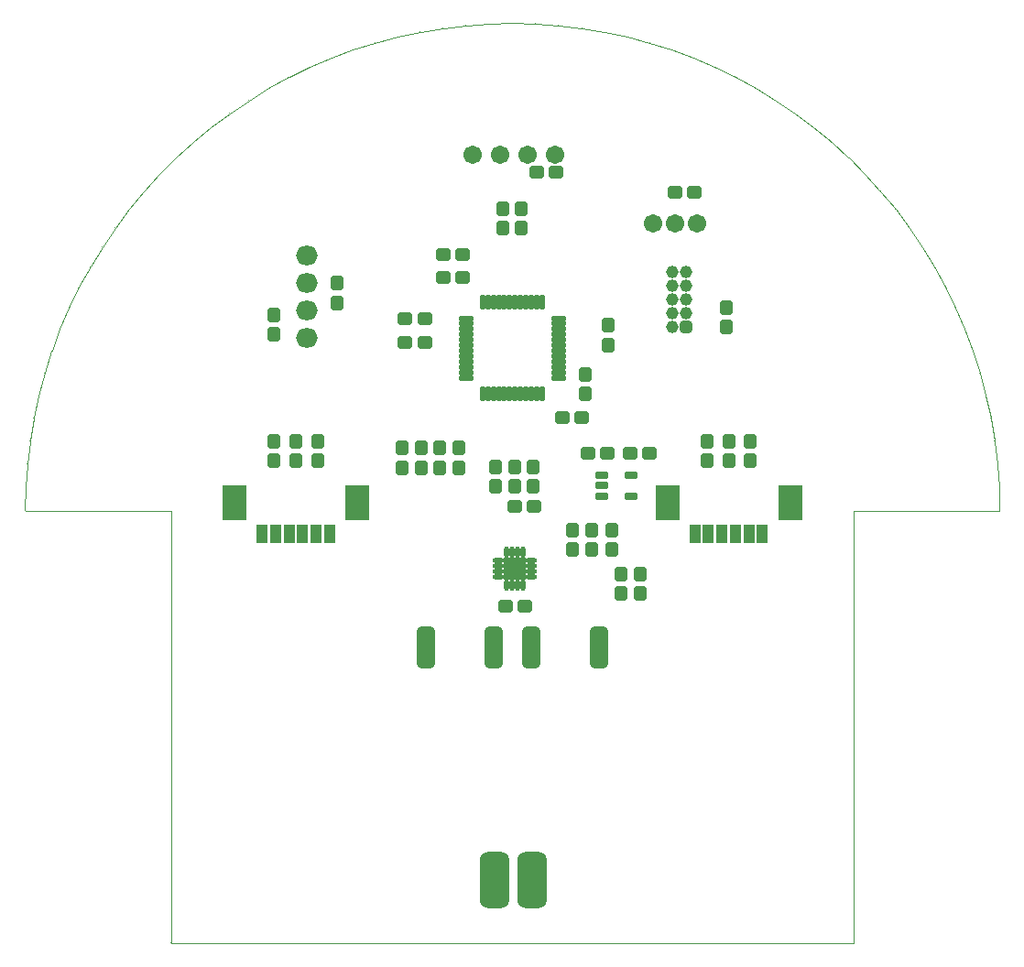
<source format=gts>
%FSLAX25Y25*%
%MOIN*%
G70*
G01*
G75*
G04 Layer_Color=8388736*
G04:AMPARAMS|DCode=10|XSize=41.34mil|YSize=47.24mil|CornerRadius=10.34mil|HoleSize=0mil|Usage=FLASHONLY|Rotation=0.000|XOffset=0mil|YOffset=0mil|HoleType=Round|Shape=RoundedRectangle|*
%AMROUNDEDRECTD10*
21,1,0.04134,0.02658,0,0,0.0*
21,1,0.02067,0.04724,0,0,0.0*
1,1,0.02067,0.01034,-0.01329*
1,1,0.02067,-0.01034,-0.01329*
1,1,0.02067,-0.01034,0.01329*
1,1,0.02067,0.01034,0.01329*
%
%ADD10ROUNDEDRECTD10*%
G04:AMPARAMS|DCode=11|XSize=41.34mil|YSize=47.24mil|CornerRadius=10.34mil|HoleSize=0mil|Usage=FLASHONLY|Rotation=270.000|XOffset=0mil|YOffset=0mil|HoleType=Round|Shape=RoundedRectangle|*
%AMROUNDEDRECTD11*
21,1,0.04134,0.02658,0,0,270.0*
21,1,0.02067,0.04724,0,0,270.0*
1,1,0.02067,-0.01329,-0.01034*
1,1,0.02067,-0.01329,0.01034*
1,1,0.02067,0.01329,0.01034*
1,1,0.02067,0.01329,-0.01034*
%
%ADD11ROUNDEDRECTD11*%
%ADD12R,0.07087X0.07087*%
%ADD13O,0.00984X0.03543*%
%ADD14O,0.03543X0.00984*%
G04:AMPARAMS|DCode=15|XSize=21.65mil|YSize=39.37mil|CornerRadius=5.41mil|HoleSize=0mil|Usage=FLASHONLY|Rotation=270.000|XOffset=0mil|YOffset=0mil|HoleType=Round|Shape=RoundedRectangle|*
%AMROUNDEDRECTD15*
21,1,0.02165,0.02854,0,0,270.0*
21,1,0.01083,0.03937,0,0,270.0*
1,1,0.01083,-0.01427,-0.00541*
1,1,0.01083,-0.01427,0.00541*
1,1,0.01083,0.01427,0.00541*
1,1,0.01083,0.01427,-0.00541*
%
%ADD15ROUNDEDRECTD15*%
G04:AMPARAMS|DCode=16|XSize=145.67mil|YSize=59.06mil|CornerRadius=14.76mil|HoleSize=0mil|Usage=FLASHONLY|Rotation=270.000|XOffset=0mil|YOffset=0mil|HoleType=Round|Shape=RoundedRectangle|*
%AMROUNDEDRECTD16*
21,1,0.14567,0.02953,0,0,270.0*
21,1,0.11614,0.05906,0,0,270.0*
1,1,0.02953,-0.01476,-0.05807*
1,1,0.02953,-0.01476,0.05807*
1,1,0.02953,0.01476,0.05807*
1,1,0.02953,0.01476,-0.05807*
%
%ADD16ROUNDEDRECTD16*%
%ADD17R,0.03189X0.06299*%
%ADD18R,0.08268X0.11811*%
G04:AMPARAMS|DCode=19|XSize=41.34mil|YSize=47.24mil|CornerRadius=10.34mil|HoleSize=0mil|Usage=FLASHONLY|Rotation=360.000|XOffset=0mil|YOffset=0mil|HoleType=Round|Shape=RoundedRectangle|*
%AMROUNDEDRECTD19*
21,1,0.04134,0.02658,0,0,360.0*
21,1,0.02067,0.04724,0,0,360.0*
1,1,0.02067,0.01034,-0.01329*
1,1,0.02067,-0.01034,-0.01329*
1,1,0.02067,-0.01034,0.01329*
1,1,0.02067,0.01034,0.01329*
%
%ADD19ROUNDEDRECTD19*%
G04:AMPARAMS|DCode=20|XSize=98.43mil|YSize=196.85mil|CornerRadius=24.61mil|HoleSize=0mil|Usage=FLASHONLY|Rotation=180.000|XOffset=0mil|YOffset=0mil|HoleType=Round|Shape=RoundedRectangle|*
%AMROUNDEDRECTD20*
21,1,0.09843,0.14764,0,0,180.0*
21,1,0.04921,0.19685,0,0,180.0*
1,1,0.04921,-0.02461,0.07382*
1,1,0.04921,0.02461,0.07382*
1,1,0.04921,0.02461,-0.07382*
1,1,0.04921,-0.02461,-0.07382*
%
%ADD20ROUNDEDRECTD20*%
%ADD21C,0.05906*%
G04:AMPARAMS|DCode=22|XSize=11.81mil|YSize=47.24mil|CornerRadius=2.95mil|HoleSize=0mil|Usage=FLASHONLY|Rotation=180.000|XOffset=0mil|YOffset=0mil|HoleType=Round|Shape=RoundedRectangle|*
%AMROUNDEDRECTD22*
21,1,0.01181,0.04134,0,0,180.0*
21,1,0.00591,0.04724,0,0,180.0*
1,1,0.00591,-0.00295,0.02067*
1,1,0.00591,0.00295,0.02067*
1,1,0.00591,0.00295,-0.02067*
1,1,0.00591,-0.00295,-0.02067*
%
%ADD22ROUNDEDRECTD22*%
G04:AMPARAMS|DCode=23|XSize=11.81mil|YSize=47.24mil|CornerRadius=2.95mil|HoleSize=0mil|Usage=FLASHONLY|Rotation=90.000|XOffset=0mil|YOffset=0mil|HoleType=Round|Shape=RoundedRectangle|*
%AMROUNDEDRECTD23*
21,1,0.01181,0.04134,0,0,90.0*
21,1,0.00591,0.04724,0,0,90.0*
1,1,0.00591,0.02067,0.00295*
1,1,0.00591,0.02067,-0.00295*
1,1,0.00591,-0.02067,-0.00295*
1,1,0.00591,-0.02067,0.00295*
%
%ADD23ROUNDEDRECTD23*%
%ADD24C,0.00787*%
%ADD25C,0.01969*%
%ADD26C,0.03150*%
%ADD27C,0.00984*%
%ADD28C,0.00394*%
%ADD29C,0.00394*%
%ADD30O,0.07087X0.06299*%
G04:AMPARAMS|DCode=31|XSize=37.4mil|YSize=37.4mil|CornerRadius=9.35mil|HoleSize=0mil|Usage=FLASHONLY|Rotation=90.000|XOffset=0mil|YOffset=0mil|HoleType=Round|Shape=RoundedRectangle|*
%AMROUNDEDRECTD31*
21,1,0.03740,0.01870,0,0,90.0*
21,1,0.01870,0.03740,0,0,90.0*
1,1,0.01870,0.00935,0.00935*
1,1,0.01870,0.00935,-0.00935*
1,1,0.01870,-0.00935,-0.00935*
1,1,0.01870,-0.00935,0.00935*
%
%ADD31ROUNDEDRECTD31*%
%ADD32C,0.03740*%
%ADD33C,0.02953*%
%ADD34C,0.03937*%
%ADD35C,0.01969*%
%ADD36C,0.01000*%
G04:AMPARAMS|DCode=37|XSize=49.34mil|YSize=55.24mil|CornerRadius=14.34mil|HoleSize=0mil|Usage=FLASHONLY|Rotation=0.000|XOffset=0mil|YOffset=0mil|HoleType=Round|Shape=RoundedRectangle|*
%AMROUNDEDRECTD37*
21,1,0.04934,0.02658,0,0,0.0*
21,1,0.02067,0.05524,0,0,0.0*
1,1,0.02867,0.01034,-0.01329*
1,1,0.02867,-0.01034,-0.01329*
1,1,0.02867,-0.01034,0.01329*
1,1,0.02867,0.01034,0.01329*
%
%ADD37ROUNDEDRECTD37*%
G04:AMPARAMS|DCode=38|XSize=49.34mil|YSize=55.24mil|CornerRadius=14.34mil|HoleSize=0mil|Usage=FLASHONLY|Rotation=270.000|XOffset=0mil|YOffset=0mil|HoleType=Round|Shape=RoundedRectangle|*
%AMROUNDEDRECTD38*
21,1,0.04934,0.02658,0,0,270.0*
21,1,0.02067,0.05524,0,0,270.0*
1,1,0.02867,-0.01329,-0.01034*
1,1,0.02867,-0.01329,0.01034*
1,1,0.02867,0.01329,0.01034*
1,1,0.02867,0.01329,-0.01034*
%
%ADD38ROUNDEDRECTD38*%
%ADD39R,0.07887X0.07887*%
%ADD40O,0.01784X0.04343*%
%ADD41O,0.04343X0.01784*%
G04:AMPARAMS|DCode=42|XSize=29.65mil|YSize=47.37mil|CornerRadius=9.41mil|HoleSize=0mil|Usage=FLASHONLY|Rotation=270.000|XOffset=0mil|YOffset=0mil|HoleType=Round|Shape=RoundedRectangle|*
%AMROUNDEDRECTD42*
21,1,0.02965,0.02854,0,0,270.0*
21,1,0.01083,0.04737,0,0,270.0*
1,1,0.01883,-0.01427,-0.00541*
1,1,0.01883,-0.01427,0.00541*
1,1,0.01883,0.01427,0.00541*
1,1,0.01883,0.01427,-0.00541*
%
%ADD42ROUNDEDRECTD42*%
G04:AMPARAMS|DCode=43|XSize=153.67mil|YSize=67.06mil|CornerRadius=18.76mil|HoleSize=0mil|Usage=FLASHONLY|Rotation=270.000|XOffset=0mil|YOffset=0mil|HoleType=Round|Shape=RoundedRectangle|*
%AMROUNDEDRECTD43*
21,1,0.15367,0.02953,0,0,270.0*
21,1,0.11614,0.06706,0,0,270.0*
1,1,0.03753,-0.01476,-0.05807*
1,1,0.03753,-0.01476,0.05807*
1,1,0.03753,0.01476,0.05807*
1,1,0.03753,0.01476,-0.05807*
%
%ADD43ROUNDEDRECTD43*%
%ADD44R,0.03989X0.07099*%
%ADD45R,0.09068X0.12611*%
G04:AMPARAMS|DCode=46|XSize=49.34mil|YSize=55.24mil|CornerRadius=14.34mil|HoleSize=0mil|Usage=FLASHONLY|Rotation=360.000|XOffset=0mil|YOffset=0mil|HoleType=Round|Shape=RoundedRectangle|*
%AMROUNDEDRECTD46*
21,1,0.04934,0.02658,0,0,360.0*
21,1,0.02067,0.05524,0,0,360.0*
1,1,0.02867,0.01034,-0.01329*
1,1,0.02867,-0.01034,-0.01329*
1,1,0.02867,-0.01034,0.01329*
1,1,0.02867,0.01034,0.01329*
%
%ADD46ROUNDEDRECTD46*%
G04:AMPARAMS|DCode=47|XSize=106.42mil|YSize=204.85mil|CornerRadius=28.61mil|HoleSize=0mil|Usage=FLASHONLY|Rotation=180.000|XOffset=0mil|YOffset=0mil|HoleType=Round|Shape=RoundedRectangle|*
%AMROUNDEDRECTD47*
21,1,0.10642,0.14764,0,0,180.0*
21,1,0.04921,0.20485,0,0,180.0*
1,1,0.05721,-0.02461,0.07382*
1,1,0.05721,0.02461,0.07382*
1,1,0.05721,0.02461,-0.07382*
1,1,0.05721,-0.02461,-0.07382*
%
%ADD47ROUNDEDRECTD47*%
%ADD48C,0.06706*%
G04:AMPARAMS|DCode=49|XSize=19.81mil|YSize=55.24mil|CornerRadius=6.95mil|HoleSize=0mil|Usage=FLASHONLY|Rotation=180.000|XOffset=0mil|YOffset=0mil|HoleType=Round|Shape=RoundedRectangle|*
%AMROUNDEDRECTD49*
21,1,0.01981,0.04134,0,0,180.0*
21,1,0.00591,0.05524,0,0,180.0*
1,1,0.01391,-0.00295,0.02067*
1,1,0.01391,0.00295,0.02067*
1,1,0.01391,0.00295,-0.02067*
1,1,0.01391,-0.00295,-0.02067*
%
%ADD49ROUNDEDRECTD49*%
G04:AMPARAMS|DCode=50|XSize=19.81mil|YSize=55.24mil|CornerRadius=6.95mil|HoleSize=0mil|Usage=FLASHONLY|Rotation=90.000|XOffset=0mil|YOffset=0mil|HoleType=Round|Shape=RoundedRectangle|*
%AMROUNDEDRECTD50*
21,1,0.01981,0.04134,0,0,90.0*
21,1,0.00591,0.05524,0,0,90.0*
1,1,0.01391,0.02067,0.00295*
1,1,0.01391,0.02067,-0.00295*
1,1,0.01391,-0.02067,-0.00295*
1,1,0.01391,-0.02067,0.00295*
%
%ADD50ROUNDEDRECTD50*%
%ADD51O,0.07887X0.07099*%
G04:AMPARAMS|DCode=52|XSize=45.4mil|YSize=45.4mil|CornerRadius=13.35mil|HoleSize=0mil|Usage=FLASHONLY|Rotation=90.000|XOffset=0mil|YOffset=0mil|HoleType=Round|Shape=RoundedRectangle|*
%AMROUNDEDRECTD52*
21,1,0.04540,0.01870,0,0,90.0*
21,1,0.01870,0.04540,0,0,90.0*
1,1,0.02670,0.00935,0.00935*
1,1,0.02670,0.00935,-0.00935*
1,1,0.02670,-0.00935,-0.00935*
1,1,0.02670,-0.00935,0.00935*
%
%ADD52ROUNDEDRECTD52*%
%ADD53C,0.04540*%
D28*
X95893Y306684D02*
G03*
X95885Y306690I-110J-163D01*
G01*
X95894Y306684D02*
G03*
X95885Y306690I-111J-162D01*
G01*
X88685Y311078D02*
G03*
X88677Y311083I-103J-168D01*
G01*
X102884Y301953D02*
G03*
X102876Y301958I-118J-158D01*
G01*
X102884Y301953D02*
G03*
X102875Y301959I-118J-158D01*
G01*
X81269Y315128D02*
G03*
X81267Y315129I-87J-177D01*
G01*
X81276Y315124D02*
G03*
X81269Y315128I-94J-173D01*
G01*
X81276Y315124D02*
G03*
X81268Y315128I-94J-173D01*
G01*
X73682Y318813D02*
G03*
X73675Y318817I-85J-178D01*
G01*
X73684Y318812D02*
G03*
X73682Y318813I-87J-177D01*
G01*
X73683Y318813D02*
G03*
X73675Y318817I-86J-177D01*
G01*
X88685Y311078D02*
G03*
X88677Y311083I-103J-168D01*
G01*
X122397Y285840D02*
G03*
X122390Y285847I-139J-139D01*
G01*
X128366Y279872D02*
G03*
X128360Y279878I-145J-133D01*
G01*
X128367Y279870D02*
G03*
X128366Y279872I-146J-132D01*
G01*
X122391Y285846D02*
G03*
X122390Y285847I-133J-145D01*
G01*
X122397Y285840D02*
G03*
X122391Y285846I-139J-139D01*
G01*
X134045Y273624D02*
G03*
X134038Y273631I-152J-125D01*
G01*
X128366Y279871D02*
G03*
X128360Y279878I-146J-132D01*
G01*
X109642Y296894D02*
G03*
X109634Y296899I-125J-152D01*
G01*
X109642Y296894D02*
G03*
X109634Y296899I-125J-152D01*
G01*
X116150Y291519D02*
G03*
X116144Y291525I-132J-146D01*
G01*
X116152Y291518D02*
G03*
X116150Y291519I-133J-145D01*
G01*
X116151Y291519D02*
G03*
X116144Y291525I-132J-146D01*
G01*
X25247Y333036D02*
G03*
X25236Y333038I-34J-194D01*
G01*
X25246Y333037D02*
G03*
X25236Y333038I-33J-194D01*
G01*
X16864Y334039D02*
G03*
X16855Y334040I-23J-196D01*
G01*
X33570Y331637D02*
G03*
X33561Y331638I-42J-192D01*
G01*
X33571Y331637D02*
G03*
X33570Y331637I-42J-192D01*
G01*
X33571Y331637D02*
G03*
X33560Y331639I-42J-192D01*
G01*
X8444Y334641D02*
G03*
X8433Y334642I-14J-196D01*
G01*
X8444Y334641D02*
G03*
X8434Y334642I-14J-196D01*
G01*
X6Y334842D02*
G03*
X-5Y334843I-6J-197D01*
G01*
X16864Y334039D02*
G03*
X16855Y334040I-23J-196D01*
G01*
X58013Y325086D02*
G03*
X58005Y325089I-68J-185D01*
G01*
X58015Y325086D02*
G03*
X58013Y325086I-69J-184D01*
G01*
X65923Y322136D02*
G03*
X65914Y322140I-78J-181D01*
G01*
X58014Y325086D02*
G03*
X58005Y325089I-69J-184D01*
G01*
X65915Y322139D02*
G03*
X65914Y322140I-69J-184D01*
G01*
X65923Y322136D02*
G03*
X65915Y322139I-78J-181D01*
G01*
X41819Y329842D02*
G03*
X41810Y329844I-51J-190D01*
G01*
X41820Y329842D02*
G03*
X41819Y329842I-51J-190D01*
G01*
X41819Y329842D02*
G03*
X41810Y329844I-51J-190D01*
G01*
X49973Y327657D02*
G03*
X49964Y327660I-60J-188D01*
G01*
X49964Y327659D02*
G03*
X49964Y327660I-51J-190D01*
G01*
X49973Y327657D02*
G03*
X49964Y327659I-60J-188D01*
G01*
X172364Y199291D02*
G03*
X172362Y199300I-192J-42D01*
G01*
X172364Y199290D02*
G03*
X172364Y199291I-192J-42D01*
G01*
X170179Y207445D02*
G03*
X170176Y207454I-190J-51D01*
G01*
X170179Y207444D02*
G03*
X170179Y207445I-190J-51D01*
G01*
X172362Y199299D02*
G03*
X172362Y199300I-190J-51D01*
G01*
X172364Y199291D02*
G03*
X172362Y199299I-192J-42D01*
G01*
X174158Y191041D02*
G03*
X174156Y191051I-194J-32D01*
G01*
X174158Y191042D02*
G03*
X174156Y191051I-194J-33D01*
G01*
X167609Y215485D02*
G03*
X167606Y215494I-188J-60D01*
G01*
X167606Y215494D02*
G03*
X167606Y215495I-185J-68D01*
G01*
X167609Y215485D02*
G03*
X167606Y215494I-188J-60D01*
G01*
X164659Y223395D02*
G03*
X164656Y223404I-184J-69D01*
G01*
X164659Y223394D02*
G03*
X164659Y223395I-185J-68D01*
G01*
X170179Y207445D02*
G03*
X170176Y207454I-190J-51D01*
G01*
X177162Y165914D02*
G03*
X177161Y165924I-197J-3D01*
G01*
X177162Y165910D02*
G03*
X177162Y165914I-197J0D01*
G01*
X176560Y174335D02*
G03*
X176559Y174344I-196J-14D01*
G01*
X177162Y165915D02*
G03*
X177161Y165924I-197J-5D01*
G01*
X177362Y157480D02*
G03*
X177362Y157485I-197J0D01*
G01*
X177362Y157480D02*
G03*
X177362Y157486I-197J0D01*
G01*
X177165Y157283D02*
G03*
X177362Y157480I0J197D01*
G01*
X177165Y157283D02*
G03*
X177362Y157480I0J197D01*
G01*
X175558Y182717D02*
G03*
X175556Y182726I-196J-23D01*
G01*
X176560Y174335D02*
G03*
X176559Y174344I-196J-14D01*
G01*
X175558Y182717D02*
G03*
X175556Y182727I-196J-23D01*
G01*
X149209Y253366D02*
G03*
X149203Y253375I-168J-103D01*
G01*
X149209Y253366D02*
G03*
X149204Y253374I-168J-103D01*
G01*
X144478Y260356D02*
G03*
X144472Y260364I-164J-109D01*
G01*
X153603Y246157D02*
G03*
X153598Y246165I-173J-94D01*
G01*
X153603Y246157D02*
G03*
X153598Y246165I-173J-94D01*
G01*
X139419Y267115D02*
G03*
X139413Y267122I-158J-118D01*
G01*
X139419Y267115D02*
G03*
X139413Y267122I-158J-118D01*
G01*
X134039Y273631D02*
G03*
X134038Y273632I-146J-132D01*
G01*
X134045Y273624D02*
G03*
X134039Y273631I-152J-125D01*
G01*
X144478Y260357D02*
G03*
X144472Y260364I-163J-110D01*
G01*
X161333Y231163D02*
G03*
X161332Y231164I-178J-85D01*
G01*
X161336Y231155D02*
G03*
X161333Y231163I-181J-78D01*
G01*
X161336Y231155D02*
G03*
X161332Y231164I-181J-78D01*
G01*
X157648Y238749D02*
G03*
X157644Y238757I-177J-87D01*
G01*
X157648Y238747D02*
G03*
X157648Y238749I-178J-85D01*
G01*
X164659Y223395D02*
G03*
X164656Y223404I-184J-69D01*
G01*
X157648Y238748D02*
G03*
X157644Y238757I-177J-86D01*
G01*
X124016Y-197D02*
G03*
X124213Y0I0J197D01*
G01*
X124016Y-197D02*
G03*
X124213Y0I0J197D01*
G01*
X5Y334843D02*
G03*
X-6Y334842I-5J-197D01*
G01*
X-8433Y334642D02*
G03*
X-8444Y334641I3J-197D01*
G01*
X-8435Y334642D02*
G03*
X-8444Y334641I5J-197D01*
G01*
X-16855Y334040D02*
G03*
X-16864Y334039I14J-196D01*
G01*
X-16855Y334040D02*
G03*
X-16864Y334039I14J-196D01*
G01*
X-25237Y333038D02*
G03*
X-25246Y333037I23J-196D01*
G01*
X-25237Y333038D02*
G03*
X-25247Y333036I23J-196D01*
G01*
X-33560Y331639D02*
G03*
X-33571Y331637I32J-194D01*
G01*
X-33562Y331638D02*
G03*
X-33571Y331637I33J-194D01*
G01*
X-41810Y329844D02*
G03*
X-41819Y329842I42J-192D01*
G01*
X-41819Y329842D02*
G03*
X-41820Y329842I51J-190D01*
G01*
X-41810Y329844D02*
G03*
X-41819Y329842I42J-192D01*
G01*
X-49965Y327659D02*
G03*
X-49973Y327657I51J-190D01*
G01*
X-49964Y327660D02*
G03*
X-49965Y327659I51J-190D01*
G01*
X-49964Y327660D02*
G03*
X-49973Y327657I51J-190D01*
G01*
X-58005Y325089D02*
G03*
X-58014Y325086I60J-188D01*
G01*
X-58013Y325086D02*
G03*
X-58015Y325086I68J-185D01*
G01*
X-58005Y325089D02*
G03*
X-58013Y325086I60J-188D01*
G01*
X-65915Y322139D02*
G03*
X-65923Y322136I69J-184D01*
G01*
X-65914Y322140D02*
G03*
X-65915Y322139I68J-185D01*
G01*
X-65915Y322139D02*
G03*
X-65923Y322136I69J-184D01*
G01*
X-73675Y318817D02*
G03*
X-73683Y318813I78J-181D01*
G01*
X-73682Y318813D02*
G03*
X-73684Y318812I85J-178D01*
G01*
X-73675Y318817D02*
G03*
X-73682Y318813I78J-181D01*
G01*
X-81269Y315128D02*
G03*
X-81276Y315124I87J-177D01*
G01*
X-81267Y315129D02*
G03*
X-81269Y315128I85J-178D01*
G01*
X-81268Y315128D02*
G03*
X-81276Y315124I86J-177D01*
G01*
X-88677Y311083D02*
G03*
X-88685Y311078I94J-173D01*
G01*
X-88677Y311083D02*
G03*
X-88685Y311078I94J-173D01*
G01*
X-95885Y306689D02*
G03*
X-95893Y306684I103J-168D01*
G01*
X-95885Y306689D02*
G03*
X-95894Y306684I103J-168D01*
G01*
X-102875Y301959D02*
G03*
X-102884Y301953I109J-164D01*
G01*
X-102876Y301958D02*
G03*
X-102884Y301953I110J-163D01*
G01*
X-109634Y296899D02*
G03*
X-109642Y296894I118J-158D01*
G01*
X-109634Y296899D02*
G03*
X-109642Y296894I118J-158D01*
G01*
X-116144Y291525D02*
G03*
X-116151Y291519I125J-152D01*
G01*
X-116150Y291519D02*
G03*
X-116152Y291518I132J-146D01*
G01*
X-116144Y291525D02*
G03*
X-116150Y291519I125J-152D01*
G01*
X-122391Y285846D02*
G03*
X-122397Y285840I133J-145D01*
G01*
X-122390Y285847D02*
G03*
X-122391Y285846I132J-146D01*
G01*
X-122391Y285847D02*
G03*
X-122397Y285840I132J-146D01*
G01*
X-128360Y279878D02*
G03*
X-128366Y279871I139J-139D01*
G01*
X-128366Y279872D02*
G03*
X-128367Y279870I145J-133D01*
G01*
X-128360Y279878D02*
G03*
X-128366Y279872I139J-139D01*
G01*
X-134039Y273631D02*
G03*
X-134045Y273624I146J-132D01*
G01*
X-134038Y273632D02*
G03*
X-134039Y273631I145J-133D01*
G01*
X-134038Y273631D02*
G03*
X-134045Y273624I146J-132D01*
G01*
X-139413Y267122D02*
G03*
X-139419Y267115I152J-125D01*
G01*
X-139413Y267122D02*
G03*
X-139419Y267115I152J-125D01*
G01*
X-144472Y260364D02*
G03*
X-144478Y260357I158J-118D01*
G01*
X-144472Y260364D02*
G03*
X-144478Y260356I158J-118D01*
G01*
X-149203Y253375D02*
G03*
X-149209Y253366I162J-111D01*
G01*
X-149204Y253374D02*
G03*
X-149209Y253366I163J-110D01*
G01*
X-153598Y246165D02*
G03*
X-153603Y246157I168J-103D01*
G01*
X-153598Y246165D02*
G03*
X-153603Y246157I168J-103D01*
G01*
X-124213Y-0D02*
G03*
X-124016Y-197I197J0D01*
G01*
X-124213Y-0D02*
G03*
X-124016Y-197I197J0D01*
G01*
X-157644Y238756D02*
G03*
X-157648Y238748I173J-94D01*
G01*
X-157648Y238749D02*
G03*
X-157649Y238747I177J-87D01*
G01*
X-157644Y238756D02*
G03*
X-157648Y238749I173J-94D01*
G01*
X-161333Y231163D02*
G03*
X-161336Y231155I178J-85D01*
G01*
X-161332Y231164D02*
G03*
X-161333Y231163I177J-87D01*
G01*
X-161332Y231164D02*
G03*
X-161336Y231155I177J-86D01*
G01*
X-164656Y223404D02*
G03*
X-164659Y223395I181J-78D01*
G01*
X-164659Y223395D02*
G03*
X-164659Y223394I184J-69D01*
G01*
X-164656Y223404D02*
G03*
X-164659Y223395I181J-78D01*
G01*
X-167606Y215494D02*
G03*
X-167609Y215485I185J-68D01*
G01*
X-167606Y215495D02*
G03*
X-167606Y215494I184J-69D01*
G01*
X-167606Y215494D02*
G03*
X-167609Y215485I184J-69D01*
G01*
X-170177Y207453D02*
G03*
X-170179Y207445I188J-60D01*
G01*
X-170179Y207445D02*
G03*
X-170179Y207444I190J-51D01*
G01*
X-170177Y207453D02*
G03*
X-170179Y207445I188J-60D01*
G01*
X-172362Y199299D02*
G03*
X-172364Y199291I190J-51D01*
G01*
X-172362Y199300D02*
G03*
X-172362Y199299I190J-51D01*
G01*
X-172364Y199291D02*
G03*
X-172364Y199290I192J-42D01*
G01*
X-172362Y199300D02*
G03*
X-172364Y199291I190J-51D01*
G01*
X-174156Y191051D02*
G03*
X-174158Y191042I192J-42D01*
G01*
X-174156Y191051D02*
G03*
X-174158Y191041I192J-42D01*
G01*
X-175556Y182727D02*
G03*
X-175558Y182717I194J-34D01*
G01*
X-175556Y182726D02*
G03*
X-175558Y182717I194J-33D01*
G01*
X-176559Y174344D02*
G03*
X-176560Y174335I196J-23D01*
G01*
X-176559Y174344D02*
G03*
X-176560Y174335I196J-23D01*
G01*
X-177161Y165924D02*
G03*
X-177162Y165915I196J-14D01*
G01*
X-177161Y165924D02*
G03*
X-177162Y165914I196J-14D01*
G01*
X-177362Y157485D02*
G03*
X-177165Y157283I197J-5D01*
G01*
X-177362Y157486D02*
G03*
X-177165Y157283I197J-6D01*
G01*
X88685Y311078D02*
X95885Y306690D01*
X102884Y301953D02*
X109634Y296899D01*
X102875Y301959D02*
X102876Y301958D01*
X95894Y306684D02*
X102875Y301959D01*
X95893Y306684D02*
X95894Y306684D01*
X81268Y315128D02*
X81269Y315128D01*
X81267Y315129D02*
X81268Y315128D01*
X73684Y318812D02*
X81267Y315129D01*
X73683Y318813D02*
X73684Y318812D01*
X73682Y318813D02*
X73683Y318813D01*
X81276Y315124D02*
X88677Y311083D01*
X122397Y285840D02*
X128360Y279878D01*
X122390Y285847D02*
X122391Y285846D01*
X122390Y285847D02*
X122390Y285847D01*
X116152Y291518D02*
X122390Y285847D01*
X116151Y291519D02*
X116152Y291518D01*
X116150Y291519D02*
X116151Y291519D01*
X128366Y279872D02*
X128366Y279871D01*
X128367Y279870D01*
X134038Y273632D01*
X134038Y273631D01*
X134039Y273631D01*
X109642Y296894D02*
X116144Y291525D01*
X16864Y334039D02*
X25236Y333038D01*
X41810Y329844D02*
X41810Y329844D01*
X41810Y329844D02*
X41810Y329844D01*
X33571Y331637D02*
X41810Y329844D01*
X33571Y331637D02*
X33571Y331637D01*
X33570Y331637D02*
X33571Y331637D01*
X33560Y331639D02*
X33561Y331638D01*
X25247Y333036D02*
X33560Y331639D01*
X25246Y333037D02*
X25247Y333036D01*
X8433Y334642D02*
X8434Y334642D01*
X6Y334842D02*
X8433Y334642D01*
X5Y334843D02*
X6Y334842D01*
X8444Y334641D02*
X16855Y334040D01*
X65914Y322140D02*
X65915Y322139D01*
X65914Y322140D02*
X65914Y322140D01*
X58015Y325086D02*
X65914Y322140D01*
X58014Y325086D02*
X58015Y325086D01*
X58013Y325086D02*
X58014Y325086D01*
X49973Y327657D02*
X58005Y325089D01*
X65923Y322136D02*
X73675Y318817D01*
X49964Y327660D02*
X49964Y327659D01*
X49964Y327660D02*
X49964Y327660D01*
X41820Y329842D02*
X49964Y327660D01*
X41819Y329842D02*
X41820Y329842D01*
X41819Y329842D02*
X41819Y329842D01*
X172364Y199291D02*
X172364Y199291D01*
X172364Y199290D01*
X174156Y191051D01*
X174156Y191051D01*
X174156Y191051D01*
X170179Y207445D02*
X170179Y207445D01*
X170179Y207444D01*
X172362Y199300D01*
X172362Y199300D01*
X172362Y199299D01*
X174158Y191042D02*
X174158Y191041D01*
X175556Y182727D01*
X175556Y182726D01*
X164659Y223395D02*
X164659Y223395D01*
X164659Y223394D01*
X167606Y215495D01*
X167606Y215494D01*
X167606Y215494D01*
X167609Y215485D02*
X170176Y207454D01*
X177162Y165915D02*
X177162Y165914D01*
X177362Y157486D01*
X177362Y157485D01*
X176560Y174335D02*
X177161Y165924D01*
X175558Y182717D02*
X176559Y174344D01*
X124213Y157283D02*
X177165Y157283D01*
X144478Y260357D02*
X144478Y260356D01*
X149203Y253375D01*
X149204Y253374D01*
X149209Y253366D02*
X153598Y246165D01*
X134045Y273624D02*
X139413Y267122D01*
X139419Y267115D02*
X144472Y260364D01*
X157648Y238749D02*
X157648Y238748D01*
X157648Y238747D01*
X161332Y231164D01*
X161332Y231164D01*
X161333Y231163D01*
X161336Y231155D02*
X164656Y223404D01*
X153603Y246157D02*
X157644Y238757D01*
X124213Y0D02*
Y157283D01*
X-6Y334842D02*
X-5Y334843D01*
X-8433Y334642D02*
X-6Y334842D01*
X-8435Y334642D02*
X-8433Y334642D01*
X-16855Y334040D02*
X-8444Y334641D01*
X-25237Y333038D02*
X-16864Y334039D01*
X-25247Y333036D02*
X-25246Y333037D01*
X-33560Y331639D02*
X-25247Y333036D01*
X-33562Y331638D02*
X-33560Y331639D01*
X-41810Y329844D02*
X-33571Y331637D01*
X-41819Y329842D02*
X-41819Y329842D01*
X-41820Y329842D02*
X-41819Y329842D01*
X-49964Y327660D02*
X-41820Y329842D01*
X-49964Y327660D02*
X-49964Y327660D01*
X-49965Y327659D02*
X-49964Y327660D01*
X-58005Y325089D02*
X-49973Y327657D01*
X-58014Y325086D02*
X-58013Y325086D01*
X-58015Y325086D02*
X-58014Y325086D01*
X-65914Y322140D02*
X-58015Y325086D01*
X-65915Y322139D02*
X-65914Y322140D01*
X-65915Y322139D02*
X-65915Y322139D01*
X-73675Y318817D02*
X-65923Y322136D01*
X-73683Y318813D02*
X-73682Y318813D01*
X-73684Y318812D02*
X-73683Y318813D01*
X-81267Y315129D02*
X-73684Y318812D01*
X-81268Y315128D02*
X-81267Y315129D01*
X-81269Y315128D02*
X-81268Y315128D01*
X-88677Y311083D02*
X-81276Y315124D01*
X-95885Y306689D02*
X-88685Y311078D01*
X-95894Y306684D02*
X-95893Y306684D01*
X-102875Y301959D02*
X-95894Y306684D01*
X-102876Y301958D02*
X-102875Y301959D01*
X-109634Y296899D02*
X-102884Y301953D01*
X-116144Y291525D02*
X-109642Y296894D01*
X-116151Y291519D02*
X-116150Y291519D01*
X-116152Y291518D02*
X-116151Y291519D01*
X-122390Y285847D02*
X-116152Y291518D01*
X-122391Y285847D02*
X-122390Y285847D01*
X-122391Y285846D02*
X-122391Y285847D01*
X-128360Y279878D02*
X-122397Y285840D01*
X-128366Y279871D02*
X-128366Y279872D01*
X-128367Y279870D02*
X-128366Y279871D01*
X-134038Y273632D02*
X-128367Y279870D01*
X-134038Y273631D02*
X-134038Y273632D01*
X-134039Y273631D02*
X-134038Y273631D01*
X-139413Y267122D02*
X-134045Y273624D01*
X-144472Y260364D02*
X-139419Y267115D01*
X-144478Y260356D02*
X-144478Y260357D01*
X-149203Y253375D02*
X-144478Y260356D01*
X-149204Y253374D02*
X-149203Y253375D01*
X-153598Y246165D02*
X-149209Y253366D01*
X-124016Y-197D02*
X124016Y-197D01*
X-124213Y-0D02*
Y157283D01*
X-157644Y238756D02*
X-153603Y246157D01*
X-157648Y238748D02*
X-157648Y238749D01*
X-157649Y238747D02*
X-157648Y238748D01*
X-161332Y231164D02*
X-157649Y238747D01*
X-161332Y231164D02*
X-161332Y231164D01*
X-161333Y231163D02*
X-161332Y231164D01*
X-177165Y157283D02*
X-124213Y157283D01*
X-164656Y223404D02*
X-161336Y231155D01*
X-164659Y223395D02*
X-164659Y223395D01*
X-164659Y223394D02*
X-164659Y223395D01*
X-167606Y215495D02*
X-164659Y223394D01*
X-167606Y215494D02*
X-167606Y215495D01*
X-167606Y215494D02*
X-167606Y215494D01*
X-170177Y207453D02*
X-167609Y215485D01*
X-170179Y207445D02*
X-170179Y207445D01*
X-170179Y207444D02*
X-170179Y207445D01*
X-172362Y199300D02*
X-170179Y207444D01*
X-172362Y199300D02*
X-172362Y199300D01*
X-172362Y199299D02*
X-172362Y199300D01*
X-172364Y199291D02*
X-172364Y199291D01*
X-172364Y199290D02*
X-172364Y199291D01*
X-174156Y191051D02*
X-172364Y199290D01*
X-174156Y191051D02*
X-174156Y191051D01*
X-174156Y191051D02*
X-174156Y191051D01*
X-174158Y191041D02*
X-174158Y191042D01*
X-175556Y182727D02*
X-174158Y191041D01*
X-175556Y182726D02*
X-175556Y182727D01*
X-176559Y174344D02*
X-175558Y182717D01*
X-177161Y165924D02*
X-176560Y174335D01*
X-177162Y165914D02*
X-177162Y165915D01*
X-177362Y157486D02*
X-177162Y165914D01*
X-177362Y157485D02*
X-177362Y157486D01*
D29*
X41810Y329844D02*
D03*
X174156Y191051D02*
D03*
X-174156Y191051D02*
D03*
D37*
X29035Y150197D02*
D03*
Y143110D02*
D03*
X21850Y143110D02*
D03*
Y150197D02*
D03*
X46555Y127067D02*
D03*
Y134153D02*
D03*
X7677Y173228D02*
D03*
Y166142D02*
D03*
X39469Y127067D02*
D03*
Y134153D02*
D03*
X36122Y143110D02*
D03*
Y150197D02*
D03*
X-86713Y228642D02*
D03*
Y221555D02*
D03*
X-63878Y232972D02*
D03*
Y240059D02*
D03*
X86614Y182677D02*
D03*
Y175591D02*
D03*
X78740Y182677D02*
D03*
Y175591D02*
D03*
X70866Y182677D02*
D03*
Y175591D02*
D03*
X-70866Y182677D02*
D03*
Y175591D02*
D03*
X-86614Y182677D02*
D03*
Y175591D02*
D03*
X3347Y260236D02*
D03*
Y267323D02*
D03*
X-3445Y267323D02*
D03*
Y260236D02*
D03*
X984Y166142D02*
D03*
Y173228D02*
D03*
X-6004Y166142D02*
D03*
Y173228D02*
D03*
X-19390Y173031D02*
D03*
Y180118D02*
D03*
X-26280Y173031D02*
D03*
Y180118D02*
D03*
X-33169Y173031D02*
D03*
Y180118D02*
D03*
X-40059Y173031D02*
D03*
Y180118D02*
D03*
X77756Y224213D02*
D03*
Y231299D02*
D03*
X34843Y224803D02*
D03*
Y217717D02*
D03*
X26476Y199803D02*
D03*
Y206890D02*
D03*
D38*
X4528Y122441D02*
D03*
X-2559D02*
D03*
X7874Y158957D02*
D03*
X787D02*
D03*
X42815Y178051D02*
D03*
X49902D02*
D03*
X27461D02*
D03*
X34547D02*
D03*
X8957Y280413D02*
D03*
X16043D02*
D03*
X-25197Y250689D02*
D03*
X-18110D02*
D03*
X66339Y273228D02*
D03*
X59252D02*
D03*
X-31890Y227362D02*
D03*
X-38976D02*
D03*
X-31890Y218504D02*
D03*
X-38976D02*
D03*
X-18110Y242323D02*
D03*
X-25197D02*
D03*
X18209Y191339D02*
D03*
X25295D02*
D03*
D39*
X787Y136122D02*
D03*
D40*
X-2165Y142126D02*
D03*
X-197D02*
D03*
X1772D02*
D03*
X3740D02*
D03*
Y130118D02*
D03*
X1772D02*
D03*
X-197D02*
D03*
X-2165D02*
D03*
D41*
X6791Y139075D02*
D03*
Y137106D02*
D03*
Y135138D02*
D03*
Y133169D02*
D03*
X-5217D02*
D03*
Y135138D02*
D03*
Y137106D02*
D03*
Y139075D02*
D03*
D42*
X43307Y170177D02*
D03*
Y162697D02*
D03*
X32677D02*
D03*
Y166437D02*
D03*
Y170177D02*
D03*
D43*
X-31496Y107579D02*
D03*
X-6890D02*
D03*
X31496D02*
D03*
X6890D02*
D03*
D44*
X66437Y148937D02*
D03*
X71358D02*
D03*
X81201D02*
D03*
X91043D02*
D03*
X86122D02*
D03*
X76279D02*
D03*
X-91043D02*
D03*
X-86122D02*
D03*
X-76279D02*
D03*
X-66437D02*
D03*
X-71358D02*
D03*
X-81201D02*
D03*
D45*
X101083Y160354D02*
D03*
X56398D02*
D03*
X-56398D02*
D03*
X-101083D02*
D03*
D46*
X-78740Y182677D02*
D03*
Y175591D02*
D03*
D47*
X-6476Y23031D02*
D03*
X7303D02*
D03*
D48*
X67224Y262008D02*
D03*
X59301Y261811D02*
D03*
X51378Y261910D02*
D03*
X-14410Y287008D02*
D03*
X-4409D02*
D03*
X5591D02*
D03*
X15590D02*
D03*
X-4587Y23031D02*
D03*
X5413D02*
D03*
D49*
X-10827Y233268D02*
D03*
X-8858D02*
D03*
X-6890D02*
D03*
X-4921D02*
D03*
X-2953D02*
D03*
X984D02*
D03*
X2953D02*
D03*
X4921D02*
D03*
X6890D02*
D03*
X8858D02*
D03*
X10827D02*
D03*
Y199803D02*
D03*
X8858D02*
D03*
X6890D02*
D03*
X4921D02*
D03*
X2953D02*
D03*
X984D02*
D03*
X-984D02*
D03*
X-2953D02*
D03*
X-4921D02*
D03*
X-6890D02*
D03*
X-8858D02*
D03*
X-10827D02*
D03*
X-984Y233268D02*
D03*
D50*
X16732Y227362D02*
D03*
Y225394D02*
D03*
Y223425D02*
D03*
Y221457D02*
D03*
Y219488D02*
D03*
Y217520D02*
D03*
Y213583D02*
D03*
Y209646D02*
D03*
Y207677D02*
D03*
Y205709D02*
D03*
X-16732D02*
D03*
Y207677D02*
D03*
Y209646D02*
D03*
Y211614D02*
D03*
Y213583D02*
D03*
Y215551D02*
D03*
Y217520D02*
D03*
Y219488D02*
D03*
Y221457D02*
D03*
Y223425D02*
D03*
Y225394D02*
D03*
Y227362D02*
D03*
X16732Y215551D02*
D03*
Y211614D02*
D03*
D51*
X-74735Y250256D02*
D03*
Y240256D02*
D03*
Y220256D02*
D03*
Y230256D02*
D03*
D52*
X63130Y224350D02*
D03*
D53*
X58130D02*
D03*
X63130Y229350D02*
D03*
Y234350D02*
D03*
X58130Y229350D02*
D03*
Y234350D02*
D03*
X63130Y239350D02*
D03*
Y244350D02*
D03*
X58130Y239350D02*
D03*
Y244350D02*
D03*
M02*

</source>
